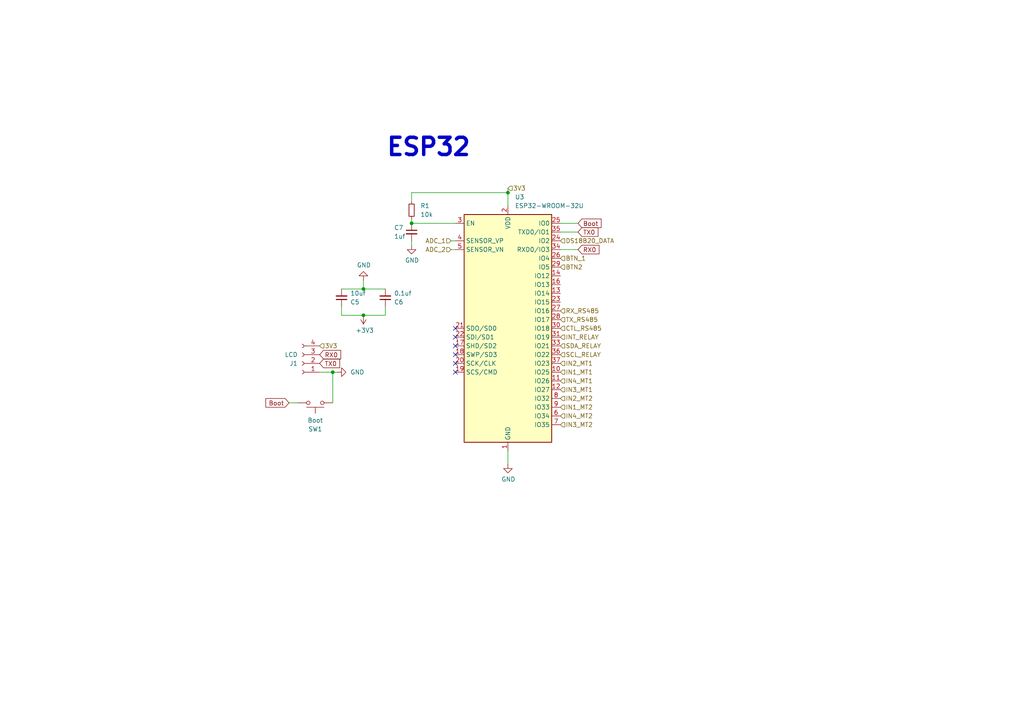
<source format=kicad_sch>
(kicad_sch (version 20211123) (generator eeschema)
  (paper "A4")
  (lib_symbols
    (symbol "Connector:Conn_01x04_Female" (pin_names (offset 1.016) hide)
      (property "Reference" "J" (at 0 5.08 0))
      (property "Value" "Conn_01x04_Female" (at 0 -7.62 0))
      (symbol "Conn_01x04_Female_1_1"
        (arc (start 0 -4.572) (mid -0.508 -5.08) (end 0 -5.588) (stroke (width 0.1524)))
        (arc (start 0 -2.032) (mid -0.508 -2.54) (end 0 -3.048) (stroke (width 0.1524)))
        (polyline (pts (xy -1.27 -5.08) (xy -0.508 -5.08)) (stroke (width 0.1524)))
        (polyline (pts (xy -1.27 -2.54) (xy -0.508 -2.54)) (stroke (width 0.1524)))
        (polyline (pts (xy -1.27 0) (xy -0.508 0)) (stroke (width 0.1524)))
        (polyline (pts (xy -1.27 2.54) (xy -0.508 2.54)) (stroke (width 0.1524)))
        (arc (start 0 0.508) (mid -0.508 0) (end 0 -0.508) (stroke (width 0.1524)))
        (arc (start 0 3.048) (mid -0.508 2.54) (end 0 2.032) (stroke (width 0.1524)))
        (pin passive line (at -5.08 2.54 0) (length 3.81) (name "Pin_1") (number "1"))
        (pin passive line (at -5.08 0 0) (length 3.81) (name "Pin_2") (number "2"))
        (pin passive line (at -5.08 -2.54 0) (length 3.81) (name "Pin_3") (number "3"))
        (pin passive line (at -5.08 -5.08 0) (length 3.81) (name "Pin_4") (number "4"))
      )
    )
    (symbol "Device:C_Small" (pin_numbers hide) (pin_names (offset 0.254) hide)
      (property "Reference" "C" (at 0.254 1.778 0))
      (property "Value" "C_Small" (at 0.254 -2.032 0))
      (symbol "C_Small_0_1"
        (polyline (pts (xy -1.524 -0.508) (xy 1.524 -0.508)) (stroke (width 0.3302)))
        (polyline (pts (xy -1.524 0.508) (xy 1.524 0.508)) (stroke (width 0.3048)))
      )
      (symbol "C_Small_1_1"
        (pin passive line (at 0 2.54 270) (length 2.032) (name "~") (number "1"))
        (pin passive line (at 0 -2.54 90) (length 2.032) (name "~") (number "2"))
      )
    )
    (symbol "Device:R_Small" (pin_numbers hide) (pin_names (offset 0.254) hide)
      (property "Reference" "R" (at 0.762 0.508 0))
      (property "Value" "R_Small" (at 0.762 -1.016 0))
      (symbol "R_Small_0_1"
        (rectangle (start -0.762 1.778) (end 0.762 -1.778) (stroke (width 0.2032)))
      )
      (symbol "R_Small_1_1"
        (pin passive line (at 0 2.54 270) (length 0.762) (name "~") (number "1"))
        (pin passive line (at 0 -2.54 90) (length 0.762) (name "~") (number "2"))
      )
    )
    (symbol "RF_Module:ESP32-WROOM-32U"
      (property "Reference" "U" (at -12.7 34.29 0))
      (property "Value" "ESP32-WROOM-32U" (at 1.27 34.29 0))
      (symbol "ESP32-WROOM-32U_0_1"
        (rectangle (start -12.7 33.02) (end 12.7 -33.02) (stroke (width 0.254)) (fill (type background)))
      )
      (symbol "ESP32-WROOM-32U_1_1"
        (pin power_in line (at 0 -35.56 90) (length 2.54) (name "GND") (number "1"))
        (pin bidirectional line (at 15.24 -12.7 180) (length 2.54) (name "IO25") (number "10"))
        (pin bidirectional line (at 15.24 -15.24 180) (length 2.54) (name "IO26") (number "11"))
        (pin bidirectional line (at 15.24 -17.78 180) (length 2.54) (name "IO27") (number "12"))
        (pin bidirectional line (at 15.24 10.16 180) (length 2.54) (name "IO14") (number "13"))
        (pin bidirectional line (at 15.24 15.24 180) (length 2.54) (name "IO12") (number "14"))
        (pin passive line (at 0 -35.56 90) (length 2.54) hide (name "GND") (number "15"))
        (pin bidirectional line (at 15.24 12.7 180) (length 2.54) (name "IO13") (number "16"))
        (pin bidirectional line (at -15.24 -5.08 0) (length 2.54) (name "SHD/SD2") (number "17"))
        (pin bidirectional line (at -15.24 -7.62 0) (length 2.54) (name "SWP/SD3") (number "18"))
        (pin bidirectional line (at -15.24 -12.7 0) (length 2.54) (name "SCS/CMD") (number "19"))
        (pin power_in line (at 0 35.56 270) (length 2.54) (name "VDD") (number "2"))
        (pin bidirectional line (at -15.24 -10.16 0) (length 2.54) (name "SCK/CLK") (number "20"))
        (pin bidirectional line (at -15.24 0 0) (length 2.54) (name "SDO/SD0") (number "21"))
        (pin bidirectional line (at -15.24 -2.54 0) (length 2.54) (name "SDI/SD1") (number "22"))
        (pin bidirectional line (at 15.24 7.62 180) (length 2.54) (name "IO15") (number "23"))
        (pin bidirectional line (at 15.24 25.4 180) (length 2.54) (name "IO2") (number "24"))
        (pin bidirectional line (at 15.24 30.48 180) (length 2.54) (name "IO0") (number "25"))
        (pin bidirectional line (at 15.24 20.32 180) (length 2.54) (name "IO4") (number "26"))
        (pin bidirectional line (at 15.24 5.08 180) (length 2.54) (name "IO16") (number "27"))
        (pin bidirectional line (at 15.24 2.54 180) (length 2.54) (name "IO17") (number "28"))
        (pin bidirectional line (at 15.24 17.78 180) (length 2.54) (name "IO5") (number "29"))
        (pin input line (at -15.24 30.48 0) (length 2.54) (name "EN") (number "3"))
        (pin bidirectional line (at 15.24 0 180) (length 2.54) (name "IO18") (number "30"))
        (pin bidirectional line (at 15.24 -2.54 180) (length 2.54) (name "IO19") (number "31"))
        (pin no_connect line (at -12.7 -27.94 0) (length 2.54) hide (name "NC") (number "32"))
        (pin bidirectional line (at 15.24 -5.08 180) (length 2.54) (name "IO21") (number "33"))
        (pin bidirectional line (at 15.24 22.86 180) (length 2.54) (name "RXD0/IO3") (number "34"))
        (pin bidirectional line (at 15.24 27.94 180) (length 2.54) (name "TXD0/IO1") (number "35"))
        (pin bidirectional line (at 15.24 -7.62 180) (length 2.54) (name "IO22") (number "36"))
        (pin bidirectional line (at 15.24 -10.16 180) (length 2.54) (name "IO23") (number "37"))
        (pin passive line (at 0 -35.56 90) (length 2.54) hide (name "GND") (number "38"))
        (pin passive line (at 0 -35.56 90) (length 2.54) hide (name "GND") (number "39"))
        (pin input line (at -15.24 25.4 0) (length 2.54) (name "SENSOR_VP") (number "4"))
        (pin input line (at -15.24 22.86 0) (length 2.54) (name "SENSOR_VN") (number "5"))
        (pin input line (at 15.24 -25.4 180) (length 2.54) (name "IO34") (number "6"))
        (pin input line (at 15.24 -27.94 180) (length 2.54) (name "IO35") (number "7"))
        (pin bidirectional line (at 15.24 -20.32 180) (length 2.54) (name "IO32") (number "8"))
        (pin bidirectional line (at 15.24 -22.86 180) (length 2.54) (name "IO33") (number "9"))
      )
    )
    (symbol "Switch:SW_Push" (pin_numbers hide) (pin_names (offset 1.016) hide)
      (property "Reference" "SW" (at 1.27 2.54 0))
      (property "Value" "SW_Push" (at 0 -1.524 0))
      (symbol "SW_Push_0_1"
        (circle (center -2.032 0) (radius 0.508))
        (polyline (pts (xy 0 1.27) (xy 0 3.048)))
        (polyline (pts (xy 2.54 1.27) (xy -2.54 1.27)))
        (circle (center 2.032 0) (radius 0.508))
        (pin passive line (at -5.08 0 0) (length 2.54) (name "1") (number "1"))
        (pin passive line (at 5.08 0 180) (length 2.54) (name "2") (number "2"))
      )
    )
    (symbol "power:+3V3" (power) (pin_names (offset 0))
      (property "Value" "+3V3" (at 0 3.556 0))
      (symbol "+3V3_0_1"
        (polyline (pts (xy -0.762 1.27) (xy 0 2.54)))
        (polyline (pts (xy 0 0) (xy 0 2.54)))
        (polyline (pts (xy 0 2.54) (xy 0.762 1.27)))
      )
      (symbol "+3V3_1_1"
        (pin power_in line (at 0 0 90) (length 0) hide (name "+3V3") (number "1"))
      )
    )
    (symbol "power:GND" (power) (pin_names (offset 0))
      (property "Value" "GND" (at 0 -3.81 0))
      (symbol "GND_0_1"
        (polyline (pts (xy 0 0) (xy 0 -1.27) (xy 1.27 -1.27) (xy 0 -2.54) (xy -1.27 -1.27) (xy 0 -1.27)))
      )
      (symbol "GND_1_1"
        (pin power_in line (at 0 0 270) (length 0) hide (name "GND") (number "1"))
      )
    )
  )
  (junction (at 96.52 107.95))
  (junction (at 105.41 83.82))
  (junction (at 105.41 91.44))
  (junction (at 147.32 55.88))
  (junction (at 119.38 64.77))
  (no_connect (at 132.08 95.25))
  (no_connect (at 132.08 97.79))
  (no_connect (at 132.08 100.33))
  (no_connect (at 132.08 102.87))
  (no_connect (at 132.08 105.41))
  (no_connect (at 132.08 107.95))
  (wire (pts (xy 99.06 88.9) (xy 99.06 91.44)))
  (wire (pts (xy 119.38 63.5) (xy 119.38 64.77)))
  (wire (pts (xy 162.56 64.77) (xy 167.64 64.77)))
  (wire (pts (xy 130.81 69.85) (xy 132.08 69.85)))
  (wire (pts (xy 130.81 72.39) (xy 132.08 72.39)))
  (wire (pts (xy 99.06 83.82) (xy 105.41 83.82)))
  (wire (pts (xy 83.82 116.84) (xy 86.36 116.84)))
  (wire (pts (xy 99.06 91.44) (xy 105.41 91.44)))
  (wire (pts (xy 147.32 130.81) (xy 147.32 134.62)))
  (wire (pts (xy 111.76 91.44) (xy 105.41 91.44)))
  (wire (pts (xy 147.32 55.88) (xy 147.32 59.69)))
  (wire (pts (xy 147.32 54.61) (xy 147.32 55.88)))
  (wire (pts (xy 96.52 107.95) (xy 97.79 107.95)))
  (wire (pts (xy 119.38 58.42) (xy 119.38 55.88)))
  (wire (pts (xy 111.76 88.9) (xy 111.76 91.44)))
  (wire (pts (xy 119.38 69.85) (xy 119.38 71.12)))
  (wire (pts (xy 92.71 107.95) (xy 96.52 107.95)))
  (wire (pts (xy 162.56 72.39) (xy 167.64 72.39)))
  (wire (pts (xy 119.38 64.77) (xy 132.08 64.77)))
  (wire (pts (xy 105.41 83.82) (xy 105.41 81.28)))
  (wire (pts (xy 162.56 67.31) (xy 167.64 67.31)))
  (wire (pts (xy 105.41 83.82) (xy 111.76 83.82)))
  (wire (pts (xy 119.38 55.88) (xy 147.32 55.88)))
  (wire (pts (xy 96.52 116.84) (xy 96.52 107.95)))
  (text "ESP32" (at 111.76 45.72 0) (effects (font (size 5 5) (thickness 1) bold) (justify left bottom)))
  (global_label "RX0" (shape input) (at 167.64 72.39 0) (property "Intersheet References" "${INTERSHEET_REFS}" (effects hide)))
  (global_label "Boot" (shape input) (at 167.64 64.77 0) (property "Intersheet References" "${INTERSHEET_REFS}" (effects hide)))
  (global_label "TX0" (shape input) (at 92.71 105.41 0) (property "Intersheet References" "${INTERSHEET_REFS}" (effects hide)))
  (global_label "TX0" (shape input) (at 167.64 67.31 0) (property "Intersheet References" "${INTERSHEET_REFS}" (effects hide)))
  (global_label "Boot" (shape input) (at 83.82 116.84 180) (property "Intersheet References" "${INTERSHEET_REFS}" (effects hide)))
  (global_label "RX0" (shape input) (at 92.71 102.87 0) (property "Intersheet References" "${INTERSHEET_REFS}" (effects hide)))
  (hierarchical_label "ADC_2" (shape input) (at 130.81 72.39 180))
  (hierarchical_label "IN1_MT2" (shape input) (at 162.56 118.11 0))
  (hierarchical_label "DS18B20_DATA" (shape input) (at 162.56 69.85 0))
  (hierarchical_label "3V3" (shape input) (at 147.32 54.61 0))
  (hierarchical_label "IN2_MT2" (shape input) (at 162.56 115.57 0))
  (hierarchical_label "SDA_RELAY" (shape input) (at 162.56 100.33 0))
  (hierarchical_label "IN1_MT1" (shape input) (at 162.56 107.95 0))
  (hierarchical_label "RX_RS485" (shape input) (at 162.56 90.17 0))
  (hierarchical_label "BTN2" (shape input) (at 162.56 77.47 0))
  (hierarchical_label "SCL_RELAY" (shape input) (at 162.56 102.87 0))
  (hierarchical_label "IN2_MT1" (shape input) (at 162.56 105.41 0))
  (hierarchical_label "IN4_MT2" (shape input) (at 162.56 120.65 0))
  (hierarchical_label "INT_RELAY" (shape input) (at 162.56 97.79 0))
  (hierarchical_label "IN4_MT1" (shape input) (at 162.56 110.49 0))
  (hierarchical_label "3V3" (shape input) (at 92.71 100.33 0))
  (hierarchical_label "BTN_1" (shape input) (at 162.56 74.93 0))
  (hierarchical_label "TX_RS485" (shape input) (at 162.56 92.71 0))
  (hierarchical_label "ADC_1" (shape input) (at 130.81 69.85 180))
  (hierarchical_label "CTL_RS485" (shape input) (at 162.56 95.25 0))
  (hierarchical_label "IN3_MT1" (shape input) (at 162.56 113.03 0))
  (hierarchical_label "IN3_MT2" (shape input) (at 162.56 123.19 0))
  (symbol (lib_id "Device:C_Small") (at 99.06 86.36 0) (mirror x) (unit 1)
    (property "Reference" "C5" (at 101.6 87.6238 0) (effects (justify left)))
    (property "Value" "10uf" (at 101.6 85.0838 0) (effects (justify left)))
    (property "Footprint" "Capacitor_THT:C_Disc_D3.0mm_W2.0mm_P2.50mm" (effects hide))
  )
  (symbol (lib_id "Connector:Conn_01x04_Female") (at 87.63 105.41 180) (unit 1)
    (property "Reference" "J1" (at 86.36 105.4101 0) (effects (justify left)))
    (property "Value" "LCD" (at 86.36 102.8701 0) (effects (justify left)))
    (property "Footprint" "Connector_PinHeader_2.54mm:PinHeader_1x04_P2.54mm_Vertical" (effects hide))
  )
  (symbol (lib_id "power:GND") (at 97.79 107.95 90) (mirror x) (unit 1)
    (property "Reference" "#PWR0104" (effects hide))
    (property "Value" "GND" (at 101.6 107.9501 90) (effects (justify right)))
  )
  (symbol (lib_id "RF_Module:ESP32-WROOM-32U") (at 147.32 95.25 0) (unit 1)
    (property "Reference" "U3" (at 149.3394 57.15 0) (effects (justify left)))
    (property "Value" "ESP32-WROOM-32U" (at 149.3394 59.69 0) (effects (justify left)))
    (property "Footprint" "RF_Module:ESP32-WROOM-32U" (effects hide))
    (property "Datasheet" "https://www.espressif.com/sites/default/files/documentation/esp32-wroom-32d_esp32-wroom-32u_datasheet_en.pdf" (effects hide))
  )
  (symbol (lib_id "power:GND") (at 105.41 81.28 0) (mirror x) (unit 1)
    (property "Reference" "#PWR0107" (effects hide))
    (property "Value" "GND" (at 105.537 76.8858 0))
  )
  (symbol (lib_id "Device:C_Small") (at 111.76 86.36 0) (mirror x) (unit 1)
    (property "Reference" "C6" (at 114.3 87.6238 0) (effects (justify left)))
    (property "Value" "0.1uf" (at 114.3 85.0838 0) (effects (justify left)))
    (property "Footprint" "Capacitor_THT:C_Disc_D3.0mm_W2.0mm_P2.50mm" (effects hide))
  )
  (symbol (lib_id "Device:R_Small") (at 119.38 60.96 0) (unit 1)
    (property "Reference" "R1" (at 121.92 59.6899 0) (effects (justify left)))
    (property "Value" "10k" (at 121.92 62.2299 0) (effects (justify left)))
    (property "Footprint" "Resistor_THT:R_Axial_DIN0204_L3.6mm_D1.6mm_P5.08mm_Horizontal" (effects hide))
  )
  (symbol (lib_id "power:GND") (at 119.38 71.12 0) (unit 1)
    (property "Reference" "#PWR0103" (effects hide))
    (property "Value" "GND" (at 119.507 75.5142 0))
  )
  (symbol (lib_id "Switch:SW_Push") (at 91.44 116.84 0) (mirror x) (unit 1)
    (property "Reference" "SW1" (at 91.44 124.46 0))
    (property "Value" "Boot" (at 91.44 121.92 0))
    (property "Footprint" "Button_Switch_THT:SW_PUSH_6mm_H4.3mm" (effects hide))
  )
  (symbol (lib_id "power:GND") (at 147.32 134.62 0) (unit 1)
    (property "Reference" "#PWR0106" (effects hide))
    (property "Value" "GND" (at 147.447 139.0142 0))
  )
  (symbol (lib_id "Device:C_Small") (at 119.38 67.31 0) (unit 1)
    (property "Reference" "C7" (at 114.3 66.04 0) (effects (justify left)))
    (property "Value" "1uf" (at 114.3 68.58 0) (effects (justify left)))
    (property "Footprint" "Capacitor_THT:C_Disc_D3.0mm_W2.0mm_P2.50mm" (effects hide))
  )
  (symbol (lib_id "power:+3V3") (at 105.41 91.44 0) (mirror x) (unit 1)
    (property "Reference" "#PWR0105" (effects hide))
    (property "Value" "+3V3" (at 105.791 95.8342 0))
  )
)
</source>
